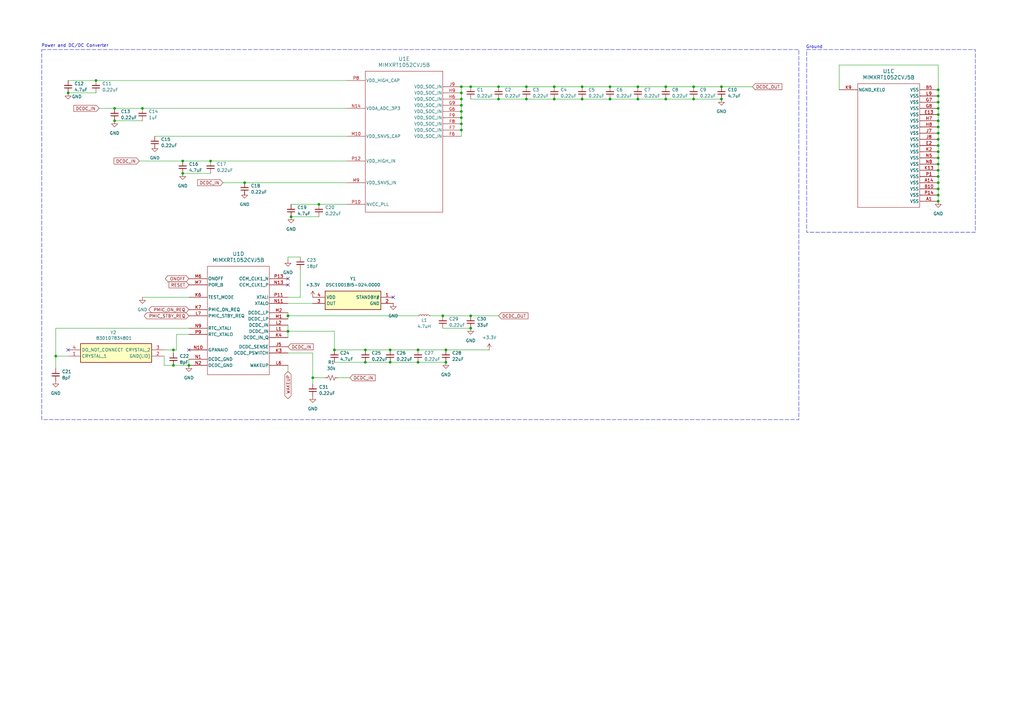
<source format=kicad_sch>
(kicad_sch (version 20231120) (generator "eeschema") (generator_version "8.0")
  (paper "A3")
  (title_block (title "RT1050 DevBoard for Project Horizon") (rev "v1") (company "Northeastern University") (comment 1 "Built by Madhav Kapa"))
  (lib_symbols
    (symbol "Device:C_Small" (pin_numbers hide) (pin_names (offset 0.254) hide)
      (property "Reference" "C" (at 0.254 1.778 0))
      (property "Value" "C_Small" (at 0.254 -2.032 0))
      (symbol "C_Small_0_1"
        (polyline (pts (xy -1.524 -0.508) (xy 1.524 -0.508)) (stroke (width 0.3302)))
        (polyline (pts (xy -1.524 0.508) (xy 1.524 0.508)) (stroke (width 0.3048)))
      )
      (symbol "C_Small_1_1"
        (pin passive line (at 0 2.54 270) (length 2.032) (name "~") (number "1"))
        (pin passive line (at 0 -2.54 90) (length 2.032) (name "~") (number "2"))
      )
    )
    (symbol "Device:L_Small" (pin_numbers hide) (pin_names (offset 0.254) hide)
      (property "Reference" "L" (at 0.762 1.016 0))
      (property "Value" "L_Small" (at 0.762 -1.016 0))
      (symbol "L_Small_0_1"
        (arc (start 0 -2.032) (mid 0.5058 -1.524) (end 0 -1.016))
        (arc (start 0 -1.016) (mid 0.5058 -0.508) (end 0 0))
        (arc (start 0 0) (mid 0.5058 0.508) (end 0 1.016))
        (arc (start 0 1.016) (mid 0.5058 1.524) (end 0 2.032))
      )
      (symbol "L_Small_1_1"
        (pin passive line (at 0 2.54 270) (length 0.508) (name "~") (number "1"))
        (pin passive line (at 0 -2.54 90) (length 0.508) (name "~") (number "2"))
      )
    )
    (symbol "Device:R_Small_US" (pin_numbers hide) (pin_names (offset 0.254) hide)
      (property "Reference" "R" (at 0.762 0.508 0))
      (property "Value" "R_Small_US" (at 0.762 -1.016 0))
      (symbol "R_Small_US_1_1"
        (polyline (pts (xy 0 0) (xy 1.016 -0.381) (xy 0 -0.762) (xy -1.016 -1.143) (xy 0 -1.524)))
        (polyline (pts (xy 0 1.524) (xy 1.016 1.143) (xy 0 0.762) (xy -1.016 0.381) (xy 0 0)))
        (pin passive line (at 0 2.54 270) (length 1.016) (name "~") (number "1"))
        (pin passive line (at 0 -2.54 90) (length 1.016) (name "~") (number "2"))
      )
    )
    (symbol "MIMXRT1052CVJ5B:MIMXRT1052CVJ5B" (pin_names (offset 0.254))
      (property "Reference" "U" (at 38.1 10.16 0))
      (property "Value" "MIMXRT1052CVJ5B" (at 38.1 7.62 0))
      (symbol "MIMXRT1052CVJ5B_1_1"
        (rectangle (start 0 0) (end 21.59 -91.44))
        (pin bidirectional line (at 29.21 -33.02 180) (length 7.62) (name "GPIO_B0_11") (number "A10"))
        (pin bidirectional line (at 29.21 -49.53 180) (length 7.62) (name "GPIO_B1_00") (number "A11"))
        (pin bidirectional line (at 29.21 -69.85 180) (length 7.62) (name "GPIO_B1_08") (number "A12"))
        (pin bidirectional line (at 29.21 -72.39 180) (length 7.62) (name "GPIO_B1_09") (number "A13"))
        (pin bidirectional line (at 29.21 -20.32 180) (length 7.62) (name "GPIO_B0_06") (number "A8"))
        (pin bidirectional line (at 29.21 -22.86 180) (length 7.62) (name "GPIO_B0_07") (number "A9"))
        (pin bidirectional line (at 29.21 -52.07 180) (length 7.62) (name "GPIO_B1_01") (number "B11"))
        (pin bidirectional line (at 29.21 -67.31 180) (length 7.62) (name "GPIO_B1_07") (number "B12"))
        (pin bidirectional line (at 29.21 -74.93 180) (length 7.62) (name "GPIO_B1_10") (number "B13"))
        (pin bidirectional line (at 29.21 -87.63 180) (length 7.62) (name "GPIO_B1_15") (number "B14"))
        (pin bidirectional line (at 29.21 -17.78 180) (length 7.62) (name "GPIO_B0_05") (number "B8"))
        (pin bidirectional line (at 29.21 -25.4 180) (length 7.62) (name "GPIO_B0_08") (number "B9"))
        (pin bidirectional line (at 29.21 -35.56 180) (length 7.62) (name "GPIO_B0_12") (number "C10"))
        (pin bidirectional line (at 29.21 -54.61 180) (length 7.62) (name "GPIO_B1_02") (number "C11"))
        (pin bidirectional line (at 29.21 -64.77 180) (length 7.62) (name "GPIO_B1_06") (number "C12"))
        (pin bidirectional line (at 29.21 -77.47 180) (length 7.62) (name "GPIO_B1_11") (number "C13"))
        (pin bidirectional line (at 29.21 -85.09 180) (length 7.62) (name "GPIO_B1_14") (number "C14"))
        (pin bidirectional line (at 29.21 -15.24 180) (length 7.62) (name "GPIO_B0_04") (number "C8"))
        (pin bidirectional line (at 29.21 -27.94 180) (length 7.62) (name "GPIO_B0_09") (number "C9"))
        (pin bidirectional line (at 29.21 -38.1 180) (length 7.62) (name "GPIO_B0_13") (number "D10"))
        (pin bidirectional line (at 29.21 -57.15 180) (length 7.62) (name "GPIO_B1_03") (number "D11"))
        (pin bidirectional line (at 29.21 -62.23 180) (length 7.62) (name "GPIO_B1_05") (number "D12"))
        (pin bidirectional line (at 29.21 -80.01 180) (length 7.62) (name "GPIO_B1_12") (number "D13"))
        (pin bidirectional line (at 29.21 -82.55 180) (length 7.62) (name "GPIO_B1_13") (number "D14"))
        (pin bidirectional line (at 29.21 -5.08 180) (length 7.62) (name "GPIO_B0_00") (number "D7"))
        (pin bidirectional line (at 29.21 -12.7 180) (length 7.62) (name "GPIO_B0_03") (number "D8"))
        (pin bidirectional line (at 29.21 -30.48 180) (length 7.62) (name "GPIO_B0_10") (number "D9"))
        (pin bidirectional line (at 29.21 -40.64 180) (length 7.62) (name "GPIO_B0_14") (number "E10"))
        (pin bidirectional line (at 29.21 -43.18 180) (length 7.62) (name "GPIO_B0_15") (number "E11"))
        (pin bidirectional line (at 29.21 -59.69 180) (length 7.62) (name "GPIO_B1_04") (number "E12"))
        (pin bidirectional line (at 29.21 -7.62 180) (length 7.62) (name "GPIO_B0_01") (number "E7"))
        (pin bidirectional line (at 29.21 -10.16 180) (length 7.62) (name "GPIO_B0_02") (number "E8"))
      )
      (symbol "MIMXRT1052CVJ5B_2_1"
        (rectangle (start 0 -62.23) (end 36.83 0))
        (pin bidirectional line (at 44.45 -16.51 180) (length 7.62) (name "GPIO_SD_B0_04") (number "H2"))
        (pin bidirectional line (at 44.45 -11.43 180) (length 7.62) (name "GPIO_SD_B0_02") (number "J1"))
        (pin bidirectional line (at 44.45 -19.05 180) (length 7.62) (name "GPIO_SD_B0_05") (number "J2"))
        (pin bidirectional line (at 44.45 -8.89 180) (length 7.62) (name "GPIO_SD_B0_01") (number "J3"))
        (pin bidirectional line (at 44.45 -6.35 180) (length 7.62) (name "GPIO_SD_B0_00") (number "J4"))
        (pin power_in line (at -7.62 -6.35 0) (length 7.62) (name "NVCC_SD0") (number "J6"))
        (pin bidirectional line (at 44.45 -13.97 180) (length 7.62) (name "GPIO_SD_B0_03") (number "K1"))
        (pin power_in line (at -7.62 -27.94 0) (length 7.62) (name "NVCC_SD1") (number "K5"))
        (pin bidirectional line (at 44.45 -43.18 180) (length 7.62) (name "GPIO_SD_B1_06") (number "L3"))
        (pin bidirectional line (at 44.45 -45.72 180) (length 7.62) (name "GPIO_SD_B1_07") (number "L4"))
        (pin bidirectional line (at 44.45 -27.94 180) (length 7.62) (name "GPIO_SD_B1_00") (number "L5"))
        (pin bidirectional line (at 44.45 -33.02 180) (length 7.62) (name "GPIO_SD_B1_02") (number "M3"))
        (pin bidirectional line (at 44.45 -35.56 180) (length 7.62) (name "GPIO_SD_B1_03") (number "M4"))
        (pin bidirectional line (at 44.45 -30.48 180) (length 7.62) (name "GPIO_SD_B1_01") (number "M5"))
        (pin bidirectional line (at 44.45 -40.64 180) (length 7.62) (name "GPIO_SD_B1_05") (number "N3"))
        (pin bidirectional line (at 44.45 -50.8 180) (length 7.62) (name "GPIO_SD_B1_09") (number "N4"))
        (pin bidirectional line (at 44.45 -38.1 180) (length 7.62) (name "GPIO_SD_B1_04") (number "P2"))
        (pin bidirectional line (at 44.45 -48.26 180) (length 7.62) (name "GPIO_SD_B1_08") (number "P3"))
        (pin bidirectional line (at 44.45 -53.34 180) (length 7.62) (name "GPIO_SD_B1_10") (number "P4"))
        (pin bidirectional line (at 44.45 -55.88 180) (length 7.62) (name "GPIO_SD_B1_11") (number "P5"))
      )
      (symbol "MIMXRT1052CVJ5B_3_1"
        (rectangle (start 0 -50.8) (end 25.4 0))
        (pin power_in line (at 33.02 -48.26 180) (length 7.62) (name "VSS") (number "A1"))
        (pin power_in line (at 33.02 -40.64 180) (length 7.62) (name "VSS") (number "A14"))
        (pin power_in line (at 33.02 -43.18 180) (length 7.62) (name "VSS") (number "B10"))
        (pin power_in line (at 33.02 -2.54 180) (length 7.62) (name "VSS") (number "B5"))
        (pin power_in line (at 33.02 -12.7 180) (length 7.62) (name "VSS") (number "E13"))
        (pin power_in line (at 33.02 -25.4 180) (length 7.62) (name "VSS") (number "E2"))
        (pin power_in line (at 33.02 -7.62 180) (length 7.62) (name "VSS") (number "G7"))
        (pin power_in line (at 33.02 -10.16 180) (length 7.62) (name "VSS") (number "G8"))
        (pin power_in line (at 33.02 -15.24 180) (length 7.62) (name "VSS") (number "H7"))
        (pin power_in line (at 33.02 -17.78 180) (length 7.62) (name "VSS") (number "H8"))
        (pin power_in line (at 33.02 -20.32 180) (length 7.62) (name "VSS") (number "J7"))
        (pin power_in line (at 33.02 -22.86 180) (length 7.62) (name "VSS") (number "J8"))
        (pin power_in line (at 33.02 -35.56 180) (length 7.62) (name "VSS") (number "K13"))
        (pin power_in line (at 33.02 -27.94 180) (length 7.62) (name "VSS") (number "K2"))
        (pin power_in line (at -7.62 -2.54 0) (length 7.62) (name "NGND_KEL0") (number "K9"))
        (pin power_in line (at 33.02 -5.08 180) (length 7.62) (name "VSS") (number "L9"))
        (pin power_in line (at 33.02 -30.48 180) (length 7.62) (name "VSS") (number "N5"))
        (pin power_in line (at 33.02 -33.02 180) (length 7.62) (name "VSS") (number "N8"))
        (pin power_in line (at 33.02 -38.1 180) (length 7.62) (name "VSS") (number "P1"))
        (pin power_in line (at 33.02 -45.72 180) (length 7.62) (name "VSS") (number "P14"))
      )
      (symbol "MIMXRT1052CVJ5B_4_1"
        (rectangle (start 0 0) (end 25.4 -44.45))
        (pin unspecified line (at 33.02 -33.02 180) (length 7.62) (name "DCDC_SENSE") (number "J5"))
        (pin unspecified line (at 33.02 -35.56 180) (length 7.62) (name "DCDC_PSWITCH") (number "K3"))
        (pin input line (at 33.02 -29.21 180) (length 7.62) (name "DCDC_IN_Q") (number "K4"))
        (pin bidirectional line (at -7.62 -12.7 0) (length 7.62) (name "TEST_MODE") (number "K6"))
        (pin bidirectional line (at -7.62 -17.78 0) (length 7.62) (name "PMIC_ON_REQ") (number "K7"))
        (pin input line (at 33.02 -26.67 180) (length 7.62) (name "DCDC_IN") (number "L1"))
        (pin input line (at 33.02 -24.13 180) (length 7.62) (name "DCDC_IN") (number "L2"))
        (pin bidirectional line (at 33.02 -40.64 180) (length 7.62) (name "WAKEUP") (number "L6"))
        (pin bidirectional line (at -7.62 -20.32 0) (length 7.62) (name "PMIC_STBY_REQ") (number "L7"))
        (pin unspecified line (at 33.02 -21.59 180) (length 7.62) (name "DCDC_LP") (number "M1"))
        (pin unspecified line (at 33.02 -19.05 180) (length 7.62) (name "DCDC_LP") (number "M2"))
        (pin bidirectional line (at -7.62 -5.08 0) (length 7.62) (name "ONOFF") (number "M6"))
        (pin input line (at -7.62 -7.62 0) (length 7.62) (name "POR_B") (number "M7"))
        (pin power_in line (at -7.62 -38.1 0) (length 7.62) (name "DCDC_GND") (number "N1"))
        (pin bidirectional line (at -7.62 -34.29 0) (length 7.62) (name "GPANAIO") (number "N10"))
        (pin output line (at 33.02 -15.24 180) (length 7.62) (name "XTALO") (number "N11"))
        (pin bidirectional line (at 33.02 -7.62 180) (length 7.62) (name "CCM_CLK1_P") (number "N13"))
        (pin power_in line (at -7.62 -40.64 0) (length 7.62) (name "DCDC_GND") (number "N2"))
        (pin input line (at -7.62 -25.4 0) (length 7.62) (name "RTC_XTALI") (number "N9"))
        (pin input line (at 33.02 -12.7 180) (length 7.62) (name "XTALI") (number "P11"))
        (pin bidirectional line (at 33.02 -5.08 180) (length 7.62) (name "CCM_CLK1_N") (number "P13"))
        (pin output line (at -7.62 -27.94 0) (length 7.62) (name "RTC_XTALO") (number "P9"))
      )
      (symbol "MIMXRT1052CVJ5B_5_1"
        (rectangle (start 0 0) (end 31.75 -57.785))
        (pin power_in line (at 39.37 -26.67 180) (length 7.62) (name "VDD_SOC_IN") (number "F6"))
        (pin power_in line (at 39.37 -24.13 180) (length 7.62) (name "VDD_SOC_IN") (number "F7"))
        (pin power_in line (at 39.37 -21.59 180) (length 7.62) (name "VDD_SOC_IN") (number "F8"))
        (pin power_in line (at 39.37 -19.05 180) (length 7.62) (name "VDD_SOC_IN") (number "F9"))
        (pin power_in line (at 39.37 -16.51 180) (length 7.62) (name "VDD_SOC_IN") (number "G6"))
        (pin power_in line (at 39.37 -13.97 180) (length 7.62) (name "VDD_SOC_IN") (number "G9"))
        (pin power_in line (at 39.37 -11.43 180) (length 7.62) (name "VDD_SOC_IN") (number "H6"))
        (pin power_in line (at 39.37 -8.89 180) (length 7.62) (name "VDD_SOC_IN") (number "H9"))
        (pin power_in line (at 39.37 -6.35 180) (length 7.62) (name "VDD_SOC_IN") (number "J9"))
        (pin power_in line (at -7.62 -26.67 0) (length 7.62) (name "VDD_SNVS_CAP") (number "M10"))
        (pin power_in line (at -7.62 -45.72 0) (length 7.62) (name "VDD_SNVS_IN") (number "M9"))
        (pin power_in line (at -7.62 -15.24 0) (length 7.62) (name "VDDA_ADC_3P3") (number "N14"))
        (pin power_in line (at -7.62 -54.61 0) (length 7.62) (name "NVCC_PLL") (number "P10"))
        (pin power_in line (at -7.62 -36.83 0) (length 7.62) (name "VDD_HIGH_IN") (number "P12"))
        (pin power_in line (at -7.62 -3.81 0) (length 7.62) (name "VDD_HIGH_CAP") (number "P8"))
      )
      (symbol "MIMXRT1052CVJ5B_6_1"
        (rectangle (start 0 -34.29) (end 20.32 0))
        (pin power_in line (at 27.94 -30.48 180) (length 7.62) (name "VDD_USB_CAP") (number "K8"))
        (pin bidirectional line (at 27.94 -6.35 180) (length 7.62) (name "USB_OTG1_DP") (number "L8"))
        (pin bidirectional line (at 27.94 -3.81 180) (length 7.62) (name "USB_OTG1_DN") (number "M8"))
        (pin bidirectional line (at 27.94 -10.16 180) (length 7.62) (name "USB_OTG1_CHD_B") (number "N12"))
        (pin bidirectional line (at 27.94 -12.7 180) (length 7.62) (name "USB_OTG1_VBUS") (number "N6"))
        (pin bidirectional line (at 27.94 -17.78 180) (length 7.62) (name "USB_OTG2_DN") (number "N7"))
        (pin bidirectional line (at 27.94 -24.13 180) (length 7.62) (name "USB_OTG2_VBUS") (number "P6"))
        (pin bidirectional line (at 27.94 -20.32 180) (length 7.62) (name "USB_OTG2_DP") (number "P7"))
      )
      (symbol "MIMXRT1052CVJ5B_7_1"
        (rectangle (start 0 0) (end 38.1 -92.71))
        (pin bidirectional line (at -7.62 -19.05 0) (length 7.62) (name "GPIO_AD_B0_06") (number "E14"))
        (pin power_in line (at 45.72 -8.89 180) (length 7.62) (name "NVCC_GPIO") (number "E9"))
        (pin power_in line (at 45.72 -6.35 180) (length 7.62) (name "NVCC_GPIO") (number "F10"))
        (pin bidirectional line (at -7.62 -13.97 0) (length 7.62) (name "GPIO_AD_B0_04") (number "F11"))
        (pin bidirectional line (at -7.62 -21.59 0) (length 7.62) (name "GPIO_AD_B0_07") (number "F12"))
        (pin bidirectional line (at -7.62 -24.13 0) (length 7.62) (name "GPIO_AD_B0_08") (number "F13"))
        (pin bidirectional line (at -7.62 -26.67 0) (length 7.62) (name "GPIO_AD_B0_09") (number "F14"))
        (pin bidirectional line (at -7.62 -31.75 0) (length 7.62) (name "GPIO_AD_B0_11") (number "G10"))
        (pin bidirectional line (at -7.62 -11.43 0) (length 7.62) (name "GPIO_AD_B0_03") (number "G11"))
        (pin bidirectional line (at -7.62 -86.36 0) (length 7.62) (name "GPIO_AD_B1_14") (number "G12"))
        (pin bidirectional line (at -7.62 -29.21 0) (length 7.62) (name "GPIO_AD_B0_10") (number "G13"))
        (pin bidirectional line (at -7.62 -16.51 0) (length 7.62) (name "GPIO_AD_B0_05") (number "G14"))
        (pin bidirectional line (at -7.62 -6.35 0) (length 7.62) (name "GPIO_AD_B0_01") (number "H10"))
        (pin bidirectional line (at -7.62 -83.82 0) (length 7.62) (name "GPIO_AD_B1_13") (number "H11"))
        (pin bidirectional line (at -7.62 -81.28 0) (length 7.62) (name "GPIO_AD_B1_12") (number "H12"))
        (pin bidirectional line (at -7.62 -71.12 0) (length 7.62) (name "GPIO_AD_B1_08") (number "H13"))
        (pin bidirectional line (at -7.62 -39.37 0) (length 7.62) (name "GPIO_AD_B0_14") (number "H14"))
        (pin power_in line (at 45.72 -3.81 180) (length 7.62) (name "NVCC_GPIO") (number "J10"))
        (pin bidirectional line (at -7.62 -50.8 0) (length 7.62) (name "GPIO_AD_B1_00") (number "J11"))
        (pin bidirectional line (at -7.62 -66.04 0) (length 7.62) (name "GPIO_AD_B1_06") (number "J12"))
        (pin bidirectional line (at -7.62 -78.74 0) (length 7.62) (name "GPIO_AD_B1_11") (number "J13"))
        (pin bidirectional line (at -7.62 -88.9 0) (length 7.62) (name "GPIO_AD_B1_15") (number "J14"))
        (pin bidirectional line (at -7.62 -68.58 0) (length 7.62) (name "GPIO_AD_B1_07") (number "K10"))
        (pin bidirectional line (at -7.62 -53.34 0) (length 7.62) (name "GPIO_AD_B1_01") (number "K11"))
        (pin bidirectional line (at -7.62 -63.5 0) (length 7.62) (name "GPIO_AD_B1_05") (number "K12"))
        (pin bidirectional line (at -7.62 -34.29 0) (length 7.62) (name "GPIO_AD_B0_12") (number "K14"))
        (pin bidirectional line (at -7.62 -41.91 0) (length 7.62) (name "GPIO_AD_B0_15") (number "L10"))
        (pin bidirectional line (at -7.62 -55.88 0) (length 7.62) (name "GPIO_AD_B1_02") (number "L11"))
        (pin bidirectional line (at -7.62 -60.96 0) (length 7.62) (name "GPIO_AD_B1_04") (number "L12"))
        (pin bidirectional line (at -7.62 -76.2 0) (length 7.62) (name "GPIO_AD_B1_10") (number "L13"))
        (pin bidirectional line (at -7.62 -36.83 0) (length 7.62) (name "GPIO_AD_B0_13") (number "L14"))
        (pin bidirectional line (at -7.62 -8.89 0) (length 7.62) (name "GPIO_AD_B0_02") (number "M11"))
        (pin bidirectional line (at -7.62 -58.42 0) (length 7.62) (name "GPIO_AD_B1_03") (number "M12"))
        (pin bidirectional line (at -7.62 -73.66 0) (length 7.62) (name "GPIO_AD_B1_09") (number "M13"))
        (pin bidirectional line (at -7.62 -3.81 0) (length 7.62) (name "GPIO_AD_B0_00") (number "M14"))
      )
      (symbol "MIMXRT1052CVJ5B_8_1"
        (rectangle (start 0 0) (end 24.13 -111.76))
        (pin bidirectional line (at 31.75 -72.39 180) (length 7.62) (name "GPIO_EMC_27") (number "A2"))
        (pin bidirectional line (at 31.75 -54.61 180) (length 7.62) (name "GPIO_EMC_20") (number "A3"))
        (pin bidirectional line (at 31.75 -46.99 180) (length 7.62) (name "GPIO_EMC_17") (number "A4"))
        (pin bidirectional line (at 31.75 -44.45 180) (length 7.62) (name "GPIO_EMC_16") (number "A5"))
        (pin bidirectional line (at 31.75 -36.83 180) (length 7.62) (name "GPIO_EMC_13") (number "A6"))
        (pin bidirectional line (at 31.75 -105.41 180) (length 7.62) (name "GPIO_EMC_40") (number "A7"))
        (pin bidirectional line (at 31.75 -41.91 180) (length 7.62) (name "GPIO_EMC_15") (number "B1"))
        (pin bidirectional line (at 31.75 -49.53 180) (length 7.62) (name "GPIO_EMC_18") (number "B2"))
        (pin bidirectional line (at 31.75 -69.85 180) (length 7.62) (name "GPIO_EMC_26") (number "B3"))
        (pin bidirectional line (at 31.75 -52.07 180) (length 7.62) (name "GPIO_EMC_19") (number "B4"))
        (pin bidirectional line (at 31.75 -39.37 180) (length 7.62) (name "GPIO_EMC_14") (number "B6"))
        (pin bidirectional line (at 31.75 -102.87 180) (length 7.62) (name "GPIO_EMC_39") (number "B7"))
        (pin bidirectional line (at 31.75 -57.15 180) (length 7.62) (name "GPIO_EMC_21") (number "C1"))
        (pin bidirectional line (at 31.75 -26.67 180) (length 7.62) (name "GPIO_EMC_09") (number "C2"))
        (pin bidirectional line (at 31.75 -95.25 180) (length 7.62) (name "GPIO_EMC_36") (number "C3"))
        (pin bidirectional line (at 31.75 -87.63 180) (length 7.62) (name "GPIO_EMC_33") (number "C4"))
        (pin bidirectional line (at 31.75 -82.55 180) (length 7.62) (name "GPIO_EMC_31") (number "C5"))
        (pin bidirectional line (at 31.75 -80.01 180) (length 7.62) (name "GPIO_EMC_30") (number "C6"))
        (pin bidirectional line (at 31.75 -107.95 180) (length 7.62) (name "GPIO_EMC_41") (number "C7"))
        (pin bidirectional line (at 31.75 -74.93 180) (length 7.62) (name "GPIO_EMC_28") (number "D1"))
        (pin bidirectional line (at 31.75 -67.31 180) (length 7.62) (name "GPIO_EMC_25") (number "D2"))
        (pin bidirectional line (at 31.75 -64.77 180) (length 7.62) (name "GPIO_EMC_24") (number "D3"))
        (pin bidirectional line (at 31.75 -90.17 180) (length 7.62) (name "GPIO_EMC_34") (number "D4"))
        (pin bidirectional line (at 31.75 -85.09 180) (length 7.62) (name "GPIO_EMC_32") (number "D5"))
        (pin bidirectional line (at 31.75 -100.33 180) (length 7.62) (name "GPIO_EMC_38") (number "D6"))
        (pin bidirectional line (at 31.75 -77.47 180) (length 7.62) (name "GPIO_EMC_29") (number "E1"))
        (pin bidirectional line (at 31.75 -3.81 180) (length 7.62) (name "GPIO_EMC_00") (number "E3"))
        (pin bidirectional line (at 31.75 -97.79 180) (length 7.62) (name "GPIO_EMC_37") (number "E4"))
        (pin bidirectional line (at 31.75 -92.71 180) (length 7.62) (name "GPIO_EMC_35") (number "E5"))
        (pin power_in line (at -7.62 -3.81 0) (length 7.62) (name "NVCC_EMC") (number "E6"))
        (pin bidirectional line (at 31.75 -59.69 180) (length 7.62) (name "GPIO_EMC_22") (number "F1"))
        (pin bidirectional line (at 31.75 -13.97 180) (length 7.62) (name "GPIO_EMC_04") (number "F2"))
        (pin bidirectional line (at 31.75 -6.35 180) (length 7.62) (name "GPIO_EMC_01") (number "F3"))
        (pin bidirectional line (at 31.75 -8.89 180) (length 7.62) (name "GPIO_EMC_02") (number "F4"))
        (pin power_in line (at -7.62 -6.35 0) (length 7.62) (name "NVCC_EMC") (number "F5"))
        (pin bidirectional line (at 31.75 -29.21 180) (length 7.62) (name "GPIO_EMC_10") (number "G1"))
        (pin bidirectional line (at 31.75 -62.23 180) (length 7.62) (name "GPIO_EMC_23") (number "G2"))
        (pin bidirectional line (at 31.75 -31.75 180) (length 7.62) (name "GPIO_EMC_11") (number "G3"))
        (pin bidirectional line (at 31.75 -11.43 180) (length 7.62) (name "GPIO_EMC_03") (number "G4"))
        (pin bidirectional line (at 31.75 -16.51 180) (length 7.62) (name "GPIO_EMC_05") (number "G5"))
        (pin bidirectional line (at 31.75 -34.29 180) (length 7.62) (name "GPIO_EMC_12") (number "H1"))
        (pin bidirectional line (at 31.75 -24.13 180) (length 7.62) (name "GPIO_EMC_08") (number "H3"))
        (pin bidirectional line (at 31.75 -21.59 180) (length 7.62) (name "GPIO_EMC_07") (number "H4"))
        (pin bidirectional line (at 31.75 -19.05 180) (length 7.62) (name "GPIO_EMC_06") (number "H5"))
      )
    )
    (symbol "SamacSys_Parts:830107834801"
      (property "Reference" "J" (at 44.45 7.62 0))
      (property "Value" "830107834801" (at 44.45 5.08 0))
      (symbol "830107834801_1_1"
        (rectangle (start 5.08 2.54) (end 34.29 -5.08) (stroke (width 0.254)) (fill (type background)))
        (pin passive line (at 0 -2.54 0) (length 5.08) (name "CRYSTAL_1") (number "1"))
        (pin passive line (at 39.37 -2.54 180) (length 5.08) (name "GND(LID)") (number "2"))
        (pin passive line (at 39.37 0 180) (length 5.08) (name "CRYSTAL_2") (number "3"))
        (pin passive line (at 0 0 0) (length 5.08) (name "DO_NOT_CONNECT") (number "4"))
      )
    )
    (symbol "SamacSys_Parts:DSC1001BI5-024.0000"
      (property "Reference" "Y" (at 29.21 7.62 0))
      (property "Value" "DSC1001BI5-024.0000" (at 29.21 5.08 0))
      (symbol "DSC1001BI5-024.0000_1_1"
        (rectangle (start 5.08 2.54) (end 27.94 -5.08) (stroke (width 0.254)) (fill (type background)))
        (pin passive line (at 0 0 0) (length 5.08) (name "STANDBY#") (number "1"))
        (pin passive line (at 0 -2.54 0) (length 5.08) (name "GND") (number "2"))
        (pin passive line (at 33.02 -2.54 180) (length 5.08) (name "OUT") (number "3"))
        (pin passive line (at 33.02 0 180) (length 5.08) (name "VDD") (number "4"))
      )
    )
    (symbol "power:+3.3V" (power) (pin_numbers hide) (pin_names (offset 0) hide)
      (property "Value" "+3.3V" (at 0 3.556 0))
      (symbol "+3.3V_0_1"
        (polyline (pts (xy -0.762 1.27) (xy 0 2.54)))
        (polyline (pts (xy 0 0) (xy 0 2.54)))
        (polyline (pts (xy 0 2.54) (xy 0.762 1.27)))
      )
      (symbol "+3.3V_1_1"
        (pin power_in line (at 0 0 90) (length 0) (name "~") (number "1"))
      )
    )
    (symbol "power:GND" (power) (pin_numbers hide) (pin_names (offset 0) hide)
      (property "Value" "GND" (at 0 -3.81 0))
      (symbol "GND_0_1"
        (polyline (pts (xy 0 0) (xy 0 -1.27) (xy 1.27 -1.27) (xy 0 -2.54) (xy -1.27 -1.27) (xy 0 -1.27)))
      )
      (symbol "GND_1_1"
        (pin power_in line (at 0 0 270) (length 0) (name "~") (number "1"))
      )
    )
  )
  (junction (at 384.81 52.07))
  (junction (at 189.23 43.18))
  (junction (at 215.9 35.56))
  (junction (at 58.42 44.45))
  (junction (at 384.81 44.45))
  (junction (at 284.48 35.56))
  (junction (at 46.99 49.53))
  (junction (at 189.23 40.64))
  (junction (at 193.04 35.56))
  (junction (at 27.94 38.1))
  (junction (at 149.86 143.51))
  (junction (at 384.81 64.77))
  (junction (at 384.81 54.61))
  (junction (at 118.11 129.54))
  (junction (at 189.23 38.1))
  (junction (at 384.81 69.85))
  (junction (at 160.02 143.51))
  (junction (at 182.88 148.59))
  (junction (at 384.81 57.15))
  (junction (at 384.81 36.83))
  (junction (at 193.04 129.54))
  (junction (at 204.47 35.56))
  (junction (at 189.23 35.56))
  (junction (at 295.91 40.64))
  (junction (at 384.81 41.91))
  (junction (at 171.45 143.51))
  (junction (at 118.11 135.89))
  (junction (at 22.86 146.05))
  (junction (at 215.9 40.64))
  (junction (at 74.93 71.12))
  (junction (at 384.81 72.39))
  (junction (at 227.33 35.56))
  (junction (at 77.47 149.86))
  (junction (at 204.47 40.64))
  (junction (at 74.93 66.04))
  (junction (at 273.05 35.56))
  (junction (at 193.04 134.62))
  (junction (at 189.23 50.8))
  (junction (at 130.81 83.82))
  (junction (at 384.81 82.55))
  (junction (at 384.81 80.01))
  (junction (at 182.88 143.51))
  (junction (at 250.19 40.64))
  (junction (at 128.27 154.94))
  (junction (at 250.19 35.56))
  (junction (at 160.02 148.59))
  (junction (at 46.99 44.45))
  (junction (at 384.81 77.47))
  (junction (at 384.81 49.53))
  (junction (at 227.33 40.64))
  (junction (at 384.81 39.37))
  (junction (at 100.33 74.93))
  (junction (at 39.37 33.02))
  (junction (at 137.16 143.51))
  (junction (at 86.36 66.04))
  (junction (at 284.48 40.64))
  (junction (at 189.23 45.72))
  (junction (at 384.81 67.31))
  (junction (at 295.91 35.56))
  (junction (at 71.12 143.51))
  (junction (at 384.81 59.69))
  (junction (at 384.81 62.23))
  (junction (at 181.61 129.54))
  (junction (at 238.76 40.64))
  (junction (at 384.81 74.93))
  (junction (at 189.23 53.34))
  (junction (at 273.05 40.64))
  (junction (at 149.86 148.59))
  (junction (at 238.76 35.56))
  (junction (at 189.23 48.26))
  (junction (at 261.62 35.56))
  (junction (at 384.81 46.99))
  (junction (at 71.12 149.86))
  (junction (at 261.62 40.64))
  (junction (at 171.45 148.59))
  (junction (at 119.38 88.9))
  (no_connect (at 27.94 143.51))
  (no_connect (at 77.47 143.51))
  (no_connect (at 118.11 116.84))
  (no_connect (at 118.11 114.3))
  (no_connect (at 161.29 121.92))
  (wire (pts (xy 137.16 135.89) (xy 118.11 135.89)))
  (wire (pts (xy 130.81 83.82) (xy 142.24 83.82)))
  (wire (pts (xy 86.36 66.04) (xy 142.24 66.04)))
  (wire (pts (xy 40.64 44.45) (xy 46.99 44.45)))
  (wire (pts (xy 384.81 52.07) (xy 384.81 54.61)))
  (wire (pts (xy 181.61 134.62) (xy 193.04 134.62)))
  (wire (pts (xy 67.31 149.86) (xy 71.12 149.86)))
  (wire (pts (xy 137.16 148.59) (xy 149.86 148.59)))
  (wire (pts (xy 63.5 59.69) (xy 63.5 60.96)))
  (wire (pts (xy 204.47 35.56) (xy 215.9 35.56)))
  (wire (pts (xy 22.86 134.62) (xy 77.47 134.62)))
  (wire (pts (xy 27.94 33.02) (xy 39.37 33.02)))
  (wire (pts (xy 308.61 35.56) (xy 295.91 35.56)))
  (wire (pts (xy 384.81 39.37) (xy 384.81 41.91)))
  (wire (pts (xy 118.11 105.41) (xy 118.11 106.68)))
  (wire (pts (xy 182.88 143.51) (xy 200.66 143.51)))
  (wire (pts (xy 189.23 53.34) (xy 189.23 55.88)))
  (wire (pts (xy 238.76 40.64) (xy 250.19 40.64)))
  (wire (pts (xy 71.12 144.78) (xy 71.12 143.51)))
  (wire (pts (xy 384.81 64.77) (xy 384.81 67.31)))
  (wire (pts (xy 67.31 143.51) (xy 71.12 143.51)))
  (wire (pts (xy 22.86 146.05) (xy 27.94 146.05)))
  (wire (pts (xy 74.93 71.12) (xy 86.36 71.12)))
  (wire (pts (xy 344.17 26.67) (xy 384.81 26.67)))
  (wire (pts (xy 137.16 135.89) (xy 137.16 143.51)))
  (wire (pts (xy 123.19 121.92) (xy 123.19 110.49)))
  (wire (pts (xy 100.33 74.93) (xy 142.24 74.93)))
  (wire (pts (xy 77.47 147.32) (xy 77.47 149.86)))
  (wire (pts (xy 384.81 46.99) (xy 384.81 49.53)))
  (wire (pts (xy 384.81 44.45) (xy 384.81 46.99)))
  (wire (pts (xy 227.33 35.56) (xy 238.76 35.56)))
  (wire (pts (xy 67.31 146.05) (xy 67.31 149.86)))
  (wire (pts (xy 118.11 135.89) (xy 118.11 138.43)))
  (wire (pts (xy 250.19 35.56) (xy 261.62 35.56)))
  (wire (pts (xy 149.86 143.51) (xy 160.02 143.51)))
  (wire (pts (xy 189.23 45.72) (xy 189.23 48.26)))
  (wire (pts (xy 138.43 154.94) (xy 143.51 154.94)))
  (wire (pts (xy 189.23 40.64) (xy 189.23 43.18)))
  (wire (pts (xy 189.23 35.56) (xy 193.04 35.56)))
  (wire (pts (xy 384.81 77.47) (xy 384.81 80.01)))
  (wire (pts (xy 189.23 48.26) (xy 189.23 50.8)))
  (wire (pts (xy 58.42 44.45) (xy 46.99 44.45)))
  (wire (pts (xy 133.35 154.94) (xy 128.27 154.94)))
  (wire (pts (xy 204.47 40.64) (xy 215.9 40.64)))
  (wire (pts (xy 22.86 146.05) (xy 22.86 151.13)))
  (wire (pts (xy 384.81 36.83) (xy 384.81 39.37)))
  (wire (pts (xy 39.37 33.02) (xy 142.24 33.02)))
  (wire (pts (xy 171.45 148.59) (xy 182.88 148.59)))
  (wire (pts (xy 118.11 124.46) (xy 128.27 124.46)))
  (wire (pts (xy 100.33 78.74) (xy 100.33 80.01)))
  (wire (pts (xy 74.93 66.04) (xy 86.36 66.04)))
  (wire (pts (xy 118.11 152.4) (xy 118.11 149.86)))
  (wire (pts (xy 72.39 137.16) (xy 77.47 137.16)))
  (wire (pts (xy 137.16 143.51) (xy 149.86 143.51)))
  (wire (pts (xy 215.9 40.64) (xy 227.33 40.64)))
  (wire (pts (xy 384.81 41.91) (xy 384.81 44.45)))
  (wire (pts (xy 160.02 148.59) (xy 171.45 148.59)))
  (wire (pts (xy 384.81 57.15) (xy 384.81 59.69)))
  (wire (pts (xy 160.02 143.51) (xy 171.45 143.51)))
  (wire (pts (xy 295.91 40.64) (xy 284.48 40.64)))
  (wire (pts (xy 71.12 143.51) (xy 72.39 143.51)))
  (wire (pts (xy 91.44 74.93) (xy 100.33 74.93)))
  (wire (pts (xy 384.81 69.85) (xy 384.81 72.39)))
  (wire (pts (xy 227.33 40.64) (xy 238.76 40.64)))
  (wire (pts (xy 215.9 35.56) (xy 227.33 35.56)))
  (wire (pts (xy 118.11 121.92) (xy 123.19 121.92)))
  (wire (pts (xy 58.42 44.45) (xy 142.24 44.45)))
  (wire (pts (xy 344.17 36.83) (xy 344.17 26.67)))
  (wire (pts (xy 118.11 129.54) (xy 118.11 130.81)))
  (wire (pts (xy 189.23 43.18) (xy 189.23 45.72)))
  (wire (pts (xy 57.15 66.04) (xy 74.93 66.04)))
  (wire (pts (xy 123.19 105.41) (xy 118.11 105.41)))
  (wire (pts (xy 238.76 35.56) (xy 250.19 35.56)))
  (wire (pts (xy 119.38 88.9) (xy 130.81 88.9)))
  (wire (pts (xy 384.81 74.93) (xy 384.81 77.47)))
  (wire (pts (xy 384.81 54.61) (xy 384.81 57.15)))
  (wire (pts (xy 118.11 128.27) (xy 118.11 129.54)))
  (wire (pts (xy 384.81 62.23) (xy 384.81 64.77)))
  (wire (pts (xy 128.27 154.94) (xy 128.27 157.48)))
  (wire (pts (xy 193.04 35.56) (xy 204.47 35.56)))
  (wire (pts (xy 63.5 55.88) (xy 142.24 55.88)))
  (wire (pts (xy 119.38 83.82) (xy 130.81 83.82)))
  (wire (pts (xy 118.11 133.35) (xy 118.11 135.89)))
  (wire (pts (xy 58.42 121.92) (xy 77.47 121.92)))
  (wire (pts (xy 273.05 35.56) (xy 284.48 35.56)))
  (wire (pts (xy 72.39 137.16) (xy 72.39 143.51)))
  (wire (pts (xy 193.04 40.64) (xy 204.47 40.64)))
  (wire (pts (xy 181.61 129.54) (xy 193.04 129.54)))
  (wire (pts (xy 171.45 143.51) (xy 182.88 143.51)))
  (wire (pts (xy 384.81 67.31) (xy 384.81 69.85)))
  (wire (pts (xy 384.81 72.39) (xy 384.81 74.93)))
  (wire (pts (xy 22.86 134.62) (xy 22.86 146.05)))
  (wire (pts (xy 250.19 40.64) (xy 261.62 40.64)))
  (wire (pts (xy 273.05 40.64) (xy 284.48 40.64)))
  (wire (pts (xy 384.81 49.53) (xy 384.81 52.07)))
  (wire (pts (xy 118.11 144.78) (xy 128.27 144.78)))
  (wire (pts (xy 149.86 148.59) (xy 160.02 148.59)))
  (wire (pts (xy 71.12 149.86) (xy 77.47 149.86)))
  (wire (pts (xy 189.23 50.8) (xy 189.23 53.34)))
  (wire (pts (xy 384.81 59.69) (xy 384.81 62.23)))
  (wire (pts (xy 118.11 129.54) (xy 171.45 129.54)))
  (wire (pts (xy 261.62 35.56) (xy 273.05 35.56)))
  (wire (pts (xy 384.81 80.01) (xy 384.81 82.55)))
  (wire (pts (xy 193.04 129.54) (xy 204.47 129.54)))
  (wire (pts (xy 261.62 40.64) (xy 273.05 40.64)))
  (wire (pts (xy 384.81 26.67) (xy 384.81 36.83)))
  (wire (pts (xy 284.48 35.56) (xy 295.91 35.56)))
  (wire (pts (xy 128.27 144.78) (xy 128.27 154.94)))
  (wire (pts (xy 189.23 38.1) (xy 189.23 40.64)))
  (wire (pts (xy 27.94 38.1) (xy 39.37 38.1)))
  (wire (pts (xy 189.23 35.56) (xy 189.23 38.1)))
  (wire (pts (xy 176.53 129.54) (xy 181.61 129.54)))
  (wire (pts (xy 46.99 49.53) (xy 58.42 49.53)))
  (rectangle (start 17.145 20.32) (end 327.66 172.085) (stroke (width 0) (type dash)))
  (rectangle (start 330.835 20.32) (end 400.05 95.25) (stroke (width 0) (type dash)))
  (text "Power and DC/DC Converter\n" (at 30.734 18.796 0) (effects (font (size 1.27 1.27))))
  (text "Ground" (at 334.01 19.304 0) (effects (font (size 1.27 1.27))))
  (global_label "ONOFF" (shape bidirectional) (at 77.47 114.3 180) (property "Intersheetrefs" "${INTERSHEET_REFS}" (effects (hide yes))))
  (global_label "DCDC_OUT" (shape input) (at 204.47 129.54 0) (property "Intersheetrefs" "${INTERSHEET_REFS}" (effects (hide yes))))
  (global_label "PMIC_ON_REQ" (shape bidirectional) (at 77.47 127 180) (property "Intersheetrefs" "${INTERSHEET_REFS}" (effects (hide yes))))
  (global_label "DCDC_IN" (shape input) (at 91.44 74.93 180) (property "Intersheetrefs" "${INTERSHEET_REFS}" (effects (hide yes))))
  (global_label "DCDC_IN" (shape input) (at 40.64 44.45 180) (property "Intersheetrefs" "${INTERSHEET_REFS}" (effects (hide yes))))
  (global_label "PMIC_STBY_REQ" (shape bidirectional) (at 77.47 129.54 180) (property "Intersheetrefs" "${INTERSHEET_REFS}" (effects (hide yes))))
  (global_label "RESET" (shape input) (at 77.47 116.84 180) (property "Intersheetrefs" "${INTERSHEET_REFS}" (effects (hide yes))))
  (global_label "DCDC_IN" (shape input) (at 143.51 154.94 0) (property "Intersheetrefs" "${INTERSHEET_REFS}" (effects (hide yes))))
  (global_label "DCDC_IN" (shape input) (at 57.15 66.04 180) (property "Intersheetrefs" "${INTERSHEET_REFS}" (effects (hide yes))))
  (global_label "WAKEUP" (shape bidirectional) (at 118.11 152.4 270) (property "Intersheetrefs" "${INTERSHEET_REFS}" (effects (hide yes))))
  (global_label "DCDC_IN" (shape input) (at 118.11 142.24 0) (property "Intersheetrefs" "${INTERSHEET_REFS}" (effects (hide yes))))
  (global_label "DCDC_OUT" (shape input) (at 308.61 35.56 0) (property "Intersheetrefs" "${INTERSHEET_REFS}" (effects (hide yes))))
  (symbol (lib_id "MIMXRT1052CVJ5B:MIMXRT1052CVJ5B") (at 85.09 109.22 0) (unit 4)
    (property "Reference" "U1" (at 97.79 104.14 0) (effects (font (size 1.524 1.524))))
    (property "Value" "MIMXRT1052CVJ5B" (at 97.79 106.68 0) (effects (font (size 1.524 1.524))))
    (property "Footprint" "MAPBGA196_12X12" (effects (hide yes)))
    (property "Datasheet" "MIMXRT1052CVJ5B" (effects (hide yes)))
  )
  (symbol (lib_id "power:GND") (at 118.11 106.68 0) (unit 1)
    (property "Reference" "#PWR013" (effects (hide yes)))
    (property "Value" "GND" (at 118.11 111.76 0))
    (property "Description" "Power symbol creates a global label with name \"GND\" , ground" (effects (hide yes)))
  )
  (symbol (lib_id "Device:C_Small") (at 123.19 107.95 0) (unit 1)
    (property "Reference" "C23" (at 125.73 106.6862 0) (effects (justify left)))
    (property "Value" "18pF" (at 125.73 109.2262 0) (effects (justify left)))
    (property "Footprint" "Capacitor_SMD:C_0201_0603Metric" (effects (hide yes)))
    (property "Description" "Unpolarized capacitor, small symbol" (effects (hide yes)))
  )
  (symbol (lib_id "Device:C_Small") (at 171.45 146.05 180) (unit 1)
    (property "Reference" "C27" (at 173.99 144.7735 0) (effects (justify right)))
    (property "Value" "0.22uF" (at 173.99 147.3135 0) (effects (justify right)))
    (property "Footprint" "Capacitor_SMD:C_0201_0603Metric" (effects (hide yes)))
    (property "Description" "Unpolarized capacitor, small symbol" (effects (hide yes)))
  )
  (symbol (lib_id "power:+3.3V") (at 200.66 143.51 0) (unit 1)
    (property "Reference" "#PWR017" (effects (hide yes)))
    (property "Value" "+3.3V" (at 200.66 138.43 0))
    (property "Description" "Power symbol creates a global label with name \"+3.3V\"" (effects (hide yes)))
  )
  (symbol (lib_id "power:+3.3V") (at 128.27 121.92 0) (unit 1)
    (property "Reference" "#PWR012" (effects (hide yes)))
    (property "Value" "+3.3V" (at 128.27 116.84 0))
    (property "Description" "Power symbol creates a global label with name \"+3.3V\"" (effects (hide yes)))
  )
  (symbol (lib_id "Device:R_Small_US") (at 135.89 154.94 90) (unit 1)
    (property "Reference" "R1" (at 135.89 148.59 90))
    (property "Value" "30k" (at 135.89 151.13 90))
    (property "Footprint" "Resistor_SMD:R_0402_1005Metric" (effects (hide yes)))
    (property "Description" "Resistor, small US symbol" (effects (hide yes)))
  )
  (symbol (lib_id "Device:C_Small") (at 261.62 38.1 180) (unit 1)
    (property "Reference" "C7" (at 264.16 36.8235 0) (effects (justify right)))
    (property "Value" "0.22uF" (at 264.16 39.3635 0) (effects (justify right)))
    (property "Footprint" "Capacitor_SMD:C_0201_0603Metric" (effects (hide yes)))
    (property "Description" "Unpolarized capacitor, small symbol" (effects (hide yes)))
  )
  (symbol (lib_id "power:GND") (at 58.42 121.92 0) (unit 1)
    (property "Reference" "#PWR09" (effects (hide yes)))
    (property "Value" "GND" (at 58.42 127 0))
    (property "Description" "Power symbol creates a global label with name \"GND\" , ground" (effects (hide yes)))
  )
  (symbol (lib_id "Device:C_Small") (at 22.86 153.67 0) (unit 1)
    (property "Reference" "C21" (at 25.4 152.4062 0) (effects (justify left)))
    (property "Value" "8pF" (at 25.4 154.9462 0) (effects (justify left)))
    (property "Footprint" "Capacitor_SMD:C_0201_0603Metric" (effects (hide yes)))
    (property "Description" "Unpolarized capacitor, small symbol" (effects (hide yes)))
  )
  (symbol (lib_id "Device:C_Small") (at 181.61 132.08 180) (unit 1)
    (property "Reference" "C29" (at 184.15 130.8035 0) (effects (justify right)))
    (property "Value" "0.22uF" (at 184.15 133.3435 0) (effects (justify right)))
    (property "Footprint" "Capacitor_SMD:C_0201_0603Metric" (effects (hide yes)))
    (property "Description" "Unpolarized capacitor, small symbol" (effects (hide yes)))
  )
  (symbol (lib_id "power:GND") (at 27.94 38.1 0) (unit 1)
    (property "Reference" "#PWR03" (effects (hide yes)))
    (property "Value" "GND" (at 31.496 39.624 0))
    (property "Description" "Power symbol creates a global label with name \"GND\" , ground" (effects (hide yes)))
  )
  (symbol (lib_id "Device:C_Small") (at 182.88 146.05 180) (unit 1)
    (property "Reference" "C28" (at 185.42 144.7735 0) (effects (justify right)))
    (property "Value" "22uF" (at 185.42 147.3135 0) (effects (justify right)))
    (property "Footprint" "Capacitor_SMD:C_0201_0603Metric" (effects (hide yes)))
    (property "Description" "Unpolarized capacitor, small symbol" (effects (hide yes)))
  )
  (symbol (lib_id "power:GND") (at 295.91 40.64 0) (unit 1)
    (property "Reference" "#PWR02" (effects (hide yes)))
    (property "Value" "GND" (at 295.91 45.72 0))
    (property "Description" "Power symbol creates a global label with name \"GND\" , ground" (effects (hide yes)))
  )
  (symbol (lib_id "Device:C_Small") (at 46.99 46.99 180) (unit 1)
    (property "Reference" "C13" (at 49.53 45.7135 0) (effects (justify right)))
    (property "Value" "0.22uF" (at 49.53 48.2535 0) (effects (justify right)))
    (property "Footprint" "Capacitor_SMD:C_0201_0603Metric" (effects (hide yes)))
    (property "Description" "Unpolarized capacitor, small symbol" (effects (hide yes)))
  )
  (symbol (lib_id "power:GND") (at 74.93 71.12 0) (unit 1)
    (property "Reference" "#PWR06" (effects (hide yes)))
    (property "Value" "GND" (at 74.93 76.2 0))
    (property "Description" "Power symbol creates a global label with name \"GND\" , ground" (effects (hide yes)))
  )
  (symbol (lib_id "power:GND") (at 182.88 148.59 0) (unit 1)
    (property "Reference" "#PWR014" (effects (hide yes)))
    (property "Value" "GND" (at 182.88 153.67 0))
    (property "Description" "Power symbol creates a global label with name \"GND\" , ground" (effects (hide yes)))
  )
  (symbol (lib_id "Device:C_Small") (at 284.48 38.1 180) (unit 1)
    (property "Reference" "C9" (at 287.02 36.8235 0) (effects (justify right)))
    (property "Value" "0.22uF" (at 287.02 39.3635 0) (effects (justify right)))
    (property "Footprint" "Capacitor_SMD:C_0201_0603Metric" (effects (hide yes)))
    (property "Description" "Unpolarized capacitor, small symbol" (effects (hide yes)))
  )
  (symbol (lib_id "power:GND") (at 63.5 59.69 0) (unit 1)
    (property "Reference" "#PWR05" (effects (hide yes)))
    (property "Value" "GND" (at 63.5 64.77 0))
    (property "Description" "Power symbol creates a global label with name \"GND\" , ground" (effects (hide yes)))
  )
  (symbol (lib_id "Device:C_Small") (at 100.33 77.47 180) (unit 1)
    (property "Reference" "C18" (at 102.87 76.1935 0) (effects (justify right)))
    (property "Value" "0.22uF" (at 102.87 78.7335 0) (effects (justify right)))
    (property "Footprint" "Capacitor_SMD:C_0201_0603Metric" (effects (hide yes)))
    (property "Description" "Unpolarized capacitor, small symbol" (effects (hide yes)))
  )
  (symbol (lib_id "Device:C_Small") (at 295.91 38.1 180) (unit 1)
    (property "Reference" "C10" (at 298.45 36.8235 0) (effects (justify right)))
    (property "Value" "4.7uF" (at 298.45 39.3635 0) (effects (justify right)))
    (property "Footprint" "Capacitor_SMD:C_0201_0603Metric" (effects (hide yes)))
    (property "Description" "Unpolarized capacitor, small symbol" (effects (hide yes)))
  )
  (symbol (lib_id "Device:C_Small") (at 273.05 38.1 180) (unit 1)
    (property "Reference" "C8" (at 275.59 36.8235 0) (effects (justify right)))
    (property "Value" "0.22uF" (at 275.59 39.3635 0) (effects (justify right)))
    (property "Footprint" "Capacitor_SMD:C_0201_0603Metric" (effects (hide yes)))
    (property "Description" "Unpolarized capacitor, small symbol" (effects (hide yes)))
  )
  (symbol (lib_id "Device:C_Small") (at 193.04 132.08 180) (unit 1)
    (property "Reference" "C30" (at 195.58 130.8035 0) (effects (justify right)))
    (property "Value" "33uF" (at 195.58 133.3435 0) (effects (justify right)))
    (property "Footprint" "Capacitor_SMD:C_0805_2012Metric" (effects (hide yes)))
    (property "Description" "Unpolarized capacitor, small symbol" (effects (hide yes)))
  )
  (symbol (lib_id "SamacSys_Parts:DSC1001BI5-024.0000") (at 161.29 121.92 0) (mirror y) (unit 1)
    (property "Reference" "Y1" (at 144.78 114.3 0))
    (property "Value" "DSC1001BI5-024.0000" (at 144.78 116.84 0))
    (property "Footprint" "footprints:CDFN4_5X3P2_MCH" (effects (hide yes)))
    (property "Datasheet" "https://www.arrow.com/en/products/dsc1001bi5-024.0000/microchip-technology" (effects (hide yes)))
    (property "Description" "Oscillator MEMS 24MHz +/-10ppm (Stability) 15pF CMOS 55% 1.8V/2.5V/3.3V Automotive 4-Pin VDFN SMD Tube" (effects (hide yes)))
    (property "Height" "0.9" (effects (hide yes)))
    (property "Mouser Part Number" "579-001BI50240000" (effects (hide yes)))
    (property "Mouser Price/Stock" "https://www.mouser.co.uk/ProductDetail/Microchip-Technology/DSC1001BI5-0240000?qs=1mbolxNpo8fq%2FH%252BbrA07tg%3D%3D" (effects (hide yes)))
    (property "Manufacturer_Name" "Microchip" (effects (hide yes)))
    (property "Manufacturer_Part_Number" "DSC1001BI5-024.0000" (effects (hide yes)))
  )
  (symbol (lib_id "Device:C_Small") (at 238.76 38.1 180) (unit 1)
    (property "Reference" "C5" (at 241.3 36.8235 0) (effects (justify right)))
    (property "Value" "0.22uF" (at 241.3 39.3635 0) (effects (justify right)))
    (property "Footprint" "Capacitor_SMD:C_0201_0603Metric" (effects (hide yes)))
    (property "Description" "Unpolarized capacitor, small symbol" (effects (hide yes)))
  )
  (symbol (lib_id "Device:C_Small") (at 149.86 146.05 180) (unit 1)
    (property "Reference" "C25" (at 152.4 144.7735 0) (effects (justify right)))
    (property "Value" "0.22uF" (at 152.4 147.3135 0) (effects (justify right)))
    (property "Footprint" "Capacitor_SMD:C_0201_0603Metric" (effects (hide yes)))
    (property "Description" "Unpolarized capacitor, small symbol" (effects (hide yes)))
  )
  (symbol (lib_id "Device:C_Small") (at 204.47 38.1 180) (unit 1)
    (property "Reference" "C2" (at 207.01 36.8235 0) (effects (justify right)))
    (property "Value" "0.22uF" (at 207.01 39.3635 0) (effects (justify right)))
    (property "Footprint" "Capacitor_SMD:C_0201_0603Metric" (effects (hide yes)))
    (property "Description" "Unpolarized capacitor, small symbol" (effects (hide yes)))
  )
  (symbol (lib_id "power:GND") (at 384.81 82.55 0) (unit 1)
    (property "Reference" "#PWR01" (effects (hide yes)))
    (property "Value" "GND" (at 384.81 87.63 0))
    (property "Description" "Power symbol creates a global label with name \"GND\" , ground" (effects (hide yes)))
  )
  (symbol (lib_id "Device:C_Small") (at 160.02 146.05 180) (unit 1)
    (property "Reference" "C26" (at 162.56 144.7735 0) (effects (justify right)))
    (property "Value" "0.22uF" (at 162.56 147.3135 0) (effects (justify right)))
    (property "Footprint" "Capacitor_SMD:C_0201_0603Metric" (effects (hide yes)))
    (property "Description" "Unpolarized capacitor, small symbol" (effects (hide yes)))
  )
  (symbol (lib_id "power:GND") (at 119.38 88.9 0) (unit 1)
    (property "Reference" "#PWR08" (effects (hide yes)))
    (property "Value" "GND" (at 119.38 93.98 0))
    (property "Description" "Power symbol creates a global label with name \"GND\" , ground" (effects (hide yes)))
  )
  (symbol (lib_id "Device:C_Small") (at 74.93 68.58 180) (unit 1)
    (property "Reference" "C16" (at 77.47 67.3035 0) (effects (justify right)))
    (property "Value" "4.7uF" (at 77.47 69.8435 0) (effects (justify right)))
    (property "Footprint" "Capacitor_SMD:C_0201_0603Metric" (effects (hide yes)))
    (property "Description" "Unpolarized capacitor, small symbol" (effects (hide yes)))
  )
  (symbol (lib_id "Device:C_Small") (at 39.37 35.56 180) (unit 1)
    (property "Reference" "C11" (at 41.91 34.2835 0) (effects (justify right)))
    (property "Value" "0.22uF" (at 41.91 36.8235 0) (effects (justify right)))
    (property "Footprint" "Capacitor_SMD:C_0201_0603Metric" (effects (hide yes)))
    (property "Description" "Unpolarized capacitor, small symbol" (effects (hide yes)))
  )
  (symbol (lib_id "Device:C_Small") (at 215.9 38.1 180) (unit 1)
    (property "Reference" "C3" (at 218.44 36.8235 0) (effects (justify right)))
    (property "Value" "0.22uF" (at 218.44 39.3635 0) (effects (justify right)))
    (property "Footprint" "Capacitor_SMD:C_0201_0603Metric" (effects (hide yes)))
    (property "Description" "Unpolarized capacitor, small symbol" (effects (hide yes)))
  )
  (symbol (lib_id "power:GND") (at 46.99 49.53 0) (unit 1)
    (property "Reference" "#PWR04" (effects (hide yes)))
    (property "Value" "GND" (at 46.99 54.61 0))
    (property "Description" "Power symbol creates a global label with name \"GND\" , ground" (effects (hide yes)))
  )
  (symbol (lib_id "Device:C_Small") (at 27.94 35.56 180) (unit 1)
    (property "Reference" "C12" (at 30.48 34.2835 0) (effects (justify right)))
    (property "Value" "4.7uF" (at 30.48 36.8235 0) (effects (justify right)))
    (property "Footprint" "Capacitor_SMD:C_0201_0603Metric" (effects (hide yes)))
    (property "Description" "Unpolarized capacitor, small symbol" (effects (hide yes)))
  )
  (symbol (lib_id "Device:C_Small") (at 137.16 146.05 180) (unit 1)
    (property "Reference" "C24" (at 139.446 144.78 0) (effects (justify right)))
    (property "Value" "4.7uF" (at 139.446 147.32 0) (effects (justify right)))
    (property "Footprint" "Capacitor_SMD:C_0201_0603Metric" (effects (hide yes)))
    (property "Description" "Unpolarized capacitor, small symbol" (effects (hide yes)))
  )
  (symbol (lib_id "power:GND") (at 77.47 149.86 0) (unit 1)
    (property "Reference" "#PWR010" (effects (hide yes)))
    (property "Value" "GND" (at 77.47 154.94 0))
    (property "Description" "Power symbol creates a global label with name \"GND\" , ground" (effects (hide yes)))
  )
  (symbol (lib_id "Device:C_Small") (at 63.5 58.42 180) (unit 1)
    (property "Reference" "C15" (at 66.04 57.1435 0) (effects (justify right)))
    (property "Value" "0.22uF" (at 66.04 59.6835 0) (effects (justify right)))
    (property "Footprint" "Capacitor_SMD:C_0201_0603Metric" (effects (hide yes)))
    (property "Description" "Unpolarized capacitor, small symbol" (effects (hide yes)))
  )
  (symbol (lib_id "Device:C_Small") (at 250.19 38.1 180) (unit 1)
    (property "Reference" "C6" (at 252.73 36.8235 0) (effects (justify right)))
    (property "Value" "0.22uF" (at 252.73 39.3635 0) (effects (justify right)))
    (property "Footprint" "Capacitor_SMD:C_0201_0603Metric" (effects (hide yes)))
    (property "Description" "Unpolarized capacitor, small symbol" (effects (hide yes)))
  )
  (symbol (lib_id "MIMXRT1052CVJ5B:MIMXRT1052CVJ5B") (at 149.86 29.21 0) (unit 5)
    (property "Reference" "U1" (at 165.735 24.13 0) (effects (font (size 1.524 1.524))))
    (property "Value" "MIMXRT1052CVJ5B" (at 165.735 26.67 0) (effects (font (size 1.524 1.524))))
    (property "Footprint" "MAPBGA196_12X12" (effects (hide yes)))
    (property "Datasheet" "MIMXRT1052CVJ5B" (effects (hide yes)))
  )
  (symbol (lib_id "Device:C_Small") (at 193.04 38.1 180) (unit 1)
    (property "Reference" "C1" (at 195.58 36.8235 0) (effects (justify right)))
    (property "Value" "0.22uF" (at 195.58 39.3635 0) (effects (justify right)))
    (property "Footprint" "Capacitor_SMD:C_0201_0603Metric" (effects (hide yes)))
    (property "Description" "Unpolarized capacitor, small symbol" (effects (hide yes)))
  )
  (symbol (lib_id "Device:C_Small") (at 58.42 46.99 180) (unit 1)
    (property "Reference" "C14" (at 60.96 45.7135 0) (effects (justify right)))
    (property "Value" "1uF" (at 60.96 48.2535 0) (effects (justify right)))
    (property "Footprint" "Capacitor_SMD:C_0201_0603Metric" (effects (hide yes)))
    (property "Description" "Unpolarized capacitor, small symbol" (effects (hide yes)))
  )
  (symbol (lib_id "SamacSys_Parts:830107834801") (at 27.94 143.51 0) (unit 1)
    (property "Reference" "Y2" (at 46.482 136.398 0))
    (property "Value" "830107834801" (at 46.736 138.684 0))
    (property "Footprint" "footprints:WE-XTAL_IQXC-146" (effects (hide yes)))
    (property "Description" "Crystals WE-XTAL 32.768kHz 20ppm 1.2 x 1mm LC=6pF" (effects (hide yes)))
    (property "Height" "0.5" (effects (hide yes)))
    (property "Mouser Part Number" "710-830107834801" (effects (hide yes)))
    (property "Mouser Price/Stock" "https://www.mouser.co.uk/ProductDetail/Wurth-Elektronik/830107834801?qs=4qgZ1GHix0VHa2TiN5Ek7w%3D%3D" (effects (hide yes)))
    (property "Manufacturer_Name" "Wurth Elektronik" (effects (hide yes)))
    (property "Manufacturer_Part_Number" "830107834801" (effects (hide yes)))
  )
  (symbol (lib_id "Device:C_Small") (at 71.12 147.32 0) (unit 1)
    (property "Reference" "C22" (at 73.66 146.0562 0) (effects (justify left)))
    (property "Value" "8pF" (at 73.66 148.5962 0) (effects (justify left)))
    (property "Footprint" "Capacitor_SMD:C_0201_0603Metric" (effects (hide yes)))
    (property "Description" "Unpolarized capacitor, small symbol" (effects (hide yes)))
  )
  (symbol (lib_id "Device:L_Small") (at 173.99 129.54 270) (mirror x) (unit 1)
    (property "Reference" "L1" (at 173.99 131.318 90))
    (property "Value" "4.7uH" (at 173.99 133.858 90))
    (property "Footprint" "Inductor_SMD:L_0402_1005Metric" (effects (hide yes)))
    (property "Description" "Inductor, small symbol" (effects (hide yes)))
  )
  (symbol (lib_id "power:GND") (at 161.29 124.46 0) (mirror y) (unit 1)
    (property "Reference" "#PWR011" (effects (hide yes)))
    (property "Value" "GND" (at 161.29 129.54 0))
    (property "Description" "Power symbol creates a global label with name \"GND\" , ground" (effects (hide yes)))
  )
  (symbol (lib_id "Device:C_Small") (at 86.36 68.58 180) (unit 1)
    (property "Reference" "C17" (at 88.9 67.3035 0) (effects (justify right)))
    (property "Value" "0.22uF" (at 88.9 69.8435 0) (effects (justify right)))
    (property "Footprint" "Capacitor_SMD:C_0201_0603Metric" (effects (hide yes)))
    (property "Description" "Unpolarized capacitor, small symbol" (effects (hide yes)))
  )
  (symbol (lib_id "power:GND") (at 128.27 162.56 0) (mirror y) (unit 1)
    (property "Reference" "#PWR016" (effects (hide yes)))
    (property "Value" "GND" (at 128.27 167.64 0))
    (property "Description" "Power symbol creates a global label with name \"GND\" , ground" (effects (hide yes)))
  )
  (symbol (lib_id "Device:C_Small") (at 227.33 38.1 180) (unit 1)
    (property "Reference" "C4" (at 229.87 36.8235 0) (effects (justify right)))
    (property "Value" "0.22uF" (at 229.87 39.3635 0) (effects (justify right)))
    (property "Footprint" "Capacitor_SMD:C_0201_0603Metric" (effects (hide yes)))
    (property "Description" "Unpolarized capacitor, small symbol" (effects (hide yes)))
  )
  (symbol (lib_id "power:GND") (at 100.33 78.74 0) (unit 1)
    (property "Reference" "#PWR07" (effects (hide yes)))
    (property "Value" "GND" (at 100.33 83.82 0))
    (property "Description" "Power symbol creates a global label with name \"GND\" , ground" (effects (hide yes)))
  )
  (symbol (lib_id "power:GND") (at 193.04 134.62 0) (unit 1)
    (property "Reference" "#PWR015" (effects (hide yes)))
    (property "Value" "GND" (at 193.04 139.7 0))
    (property "Description" "Power symbol creates a global label with name \"GND\" , ground" (effects (hide yes)))
  )
  (symbol (lib_id "MIMXRT1052CVJ5B:MIMXRT1052CVJ5B") (at 351.79 34.29 0) (unit 3)
    (property "Reference" "U1" (at 364.49 29.21 0) (effects (font (size 1.524 1.524))))
    (property "Value" "MIMXRT1052CVJ5B" (at 364.49 31.75 0) (effects (font (size 1.524 1.524))))
    (property "Footprint" "MAPBGA196_12X12" (effects (hide yes)))
    (property "Datasheet" "MIMXRT1052CVJ5B" (effects (hide yes)))
  )
  (symbol (lib_id "power:GND") (at 22.86 156.21 0) (unit 1)
    (property "Reference" "#PWR038" (effects (hide yes)))
    (property "Value" "GND" (at 22.86 161.29 0))
    (property "Description" "Power symbol creates a global label with name \"GND\" , ground" (effects (hide yes)))
  )
  (symbol (lib_id "Device:C_Small") (at 119.38 86.36 180) (unit 1)
    (property "Reference" "C19" (at 121.92 85.0835 0) (effects (justify right)))
    (property "Value" "4.7uF" (at 121.92 87.6235 0) (effects (justify right)))
    (property "Footprint" "Capacitor_SMD:C_0201_0603Metric" (effects (hide yes)))
    (property "Description" "Unpolarized capacitor, small symbol" (effects (hide yes)))
  )
  (symbol (lib_id "Device:C_Small") (at 128.27 160.02 180) (unit 1)
    (property "Reference" "C31" (at 130.81 158.7435 0) (effects (justify right)))
    (property "Value" "0.22uF" (at 130.81 161.2835 0) (effects (justify right)))
    (property "Footprint" "Capacitor_SMD:C_0201_0603Metric" (effects (hide yes)))
    (property "Description" "Unpolarized capacitor, small symbol" (effects (hide yes)))
  )
  (symbol (lib_id "Device:C_Small") (at 130.81 86.36 180) (unit 1)
    (property "Reference" "C20" (at 133.35 85.0835 0) (effects (justify right)))
    (property "Value" "0.22uF" (at 133.35 87.6235 0) (effects (justify right)))
    (property "Footprint" "Capacitor_SMD:C_0201_0603Metric" (effects (hide yes)))
    (property "Description" "Unpolarized capacitor, small symbol" (effects (hide yes)))
  )
)
</source>
